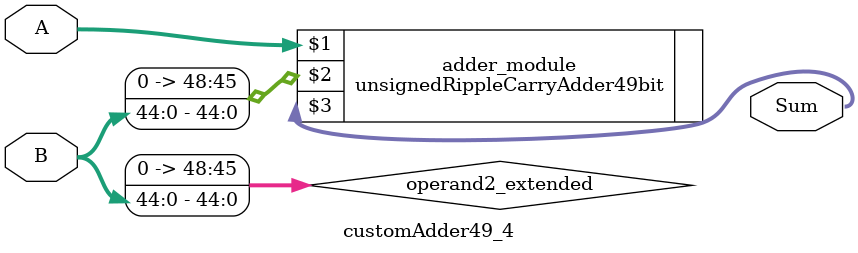
<source format=v>
module customAdder49_4(
                        input [48 : 0] A,
                        input [44 : 0] B,
                        
                        output [49 : 0] Sum
                );

        wire [48 : 0] operand2_extended;
        
        assign operand2_extended =  {4'b0, B};
        
        unsignedRippleCarryAdder49bit adder_module(
            A,
            operand2_extended,
            Sum
        );
        
        endmodule
        
</source>
